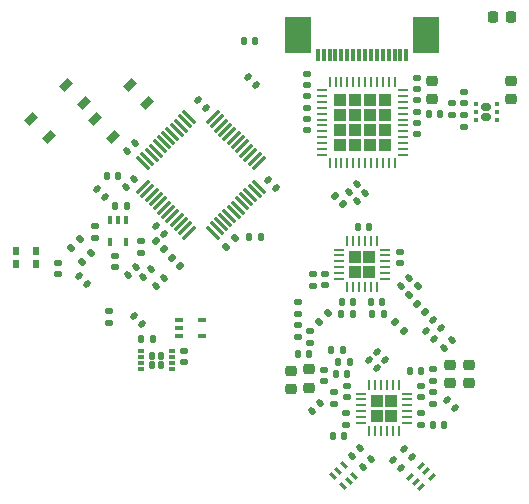
<source format=gbr>
%TF.GenerationSoftware,KiCad,Pcbnew,(6.0.4)*%
%TF.CreationDate,2023-05-30T00:17:29+09:00*%
%TF.ProjectId,RFB,5246422e-6b69-4636-9164-5f7063625858,rev?*%
%TF.SameCoordinates,Original*%
%TF.FileFunction,Paste,Top*%
%TF.FilePolarity,Positive*%
%FSLAX46Y46*%
G04 Gerber Fmt 4.6, Leading zero omitted, Abs format (unit mm)*
G04 Created by KiCad (PCBNEW (6.0.4)) date 2023-05-30 00:17:29*
%MOMM*%
%LPD*%
G01*
G04 APERTURE LIST*
G04 Aperture macros list*
%AMRoundRect*
0 Rectangle with rounded corners*
0 $1 Rounding radius*
0 $2 $3 $4 $5 $6 $7 $8 $9 X,Y pos of 4 corners*
0 Add a 4 corners polygon primitive as box body*
4,1,4,$2,$3,$4,$5,$6,$7,$8,$9,$2,$3,0*
0 Add four circle primitives for the rounded corners*
1,1,$1+$1,$2,$3*
1,1,$1+$1,$4,$5*
1,1,$1+$1,$6,$7*
1,1,$1+$1,$8,$9*
0 Add four rect primitives between the rounded corners*
20,1,$1+$1,$2,$3,$4,$5,0*
20,1,$1+$1,$4,$5,$6,$7,0*
20,1,$1+$1,$6,$7,$8,$9,0*
20,1,$1+$1,$8,$9,$2,$3,0*%
%AMRotRect*
0 Rectangle, with rotation*
0 The origin of the aperture is its center*
0 $1 length*
0 $2 width*
0 $3 Rotation angle, in degrees counterclockwise*
0 Add horizontal line*
21,1,$1,$2,0,0,$3*%
G04 Aperture macros list end*
%ADD10RotRect,1.050000X0.650000X225.000000*%
%ADD11RotRect,1.050000X0.650000X45.000000*%
%ADD12RoundRect,0.140000X-0.170000X0.140000X-0.170000X-0.140000X0.170000X-0.140000X0.170000X0.140000X0*%
%ADD13RoundRect,0.075000X0.415425X-0.521491X0.521491X-0.415425X-0.415425X0.521491X-0.521491X0.415425X0*%
%ADD14RoundRect,0.075000X-0.415425X-0.521491X0.521491X0.415425X0.415425X0.521491X-0.521491X-0.415425X0*%
%ADD15R,0.600000X0.750000*%
%ADD16RoundRect,0.135000X0.135000X0.185000X-0.135000X0.185000X-0.135000X-0.185000X0.135000X-0.185000X0*%
%ADD17RoundRect,0.140000X-0.140000X-0.170000X0.140000X-0.170000X0.140000X0.170000X-0.140000X0.170000X0*%
%ADD18RoundRect,0.140000X-0.021213X0.219203X-0.219203X0.021213X0.021213X-0.219203X0.219203X-0.021213X0*%
%ADD19RoundRect,0.140000X0.140000X0.170000X-0.140000X0.170000X-0.140000X-0.170000X0.140000X-0.170000X0*%
%ADD20RoundRect,0.135000X-0.185000X0.135000X-0.185000X-0.135000X0.185000X-0.135000X0.185000X0.135000X0*%
%ADD21RoundRect,0.135000X-0.226274X-0.035355X-0.035355X-0.226274X0.226274X0.035355X0.035355X0.226274X0*%
%ADD22RoundRect,0.135000X0.185000X-0.135000X0.185000X0.135000X-0.185000X0.135000X-0.185000X-0.135000X0*%
%ADD23RoundRect,0.135000X-0.035355X0.226274X-0.226274X0.035355X0.035355X-0.226274X0.226274X-0.035355X0*%
%ADD24RoundRect,0.135000X0.035355X-0.226274X0.226274X-0.035355X-0.035355X0.226274X-0.226274X0.035355X0*%
%ADD25RoundRect,0.135000X0.226274X0.035355X0.035355X0.226274X-0.226274X-0.035355X-0.035355X-0.226274X0*%
%ADD26RoundRect,0.140000X-0.140000X-0.180000X0.140000X-0.180000X0.140000X0.180000X-0.140000X0.180000X0*%
%ADD27RoundRect,0.087500X-0.175000X-0.087500X0.175000X-0.087500X0.175000X0.087500X-0.175000X0.087500X0*%
%ADD28RoundRect,0.225000X0.225000X0.250000X-0.225000X0.250000X-0.225000X-0.250000X0.225000X-0.250000X0*%
%ADD29RoundRect,0.135000X-0.135000X-0.185000X0.135000X-0.185000X0.135000X0.185000X-0.135000X0.185000X0*%
%ADD30R,0.650000X0.400000*%
%ADD31RoundRect,0.140000X0.170000X-0.140000X0.170000X0.140000X-0.170000X0.140000X-0.170000X-0.140000X0*%
%ADD32RoundRect,0.140000X0.219203X0.021213X0.021213X0.219203X-0.219203X-0.021213X-0.021213X-0.219203X0*%
%ADD33RoundRect,0.140000X-0.219203X-0.021213X-0.021213X-0.219203X0.219203X0.021213X0.021213X0.219203X0*%
%ADD34RoundRect,0.140000X0.021213X-0.219203X0.219203X-0.021213X-0.021213X0.219203X-0.219203X0.021213X0*%
%ADD35RoundRect,0.160000X-0.245000X-0.160000X0.245000X-0.160000X0.245000X0.160000X-0.245000X0.160000X0*%
%ADD36RoundRect,0.093750X-0.093750X-0.106250X0.093750X-0.106250X0.093750X0.106250X-0.093750X0.106250X0*%
%ADD37RoundRect,0.218750X0.256250X-0.218750X0.256250X0.218750X-0.256250X0.218750X-0.256250X-0.218750X0*%
%ADD38RotRect,0.350000X0.700000X135.000000*%
%ADD39RoundRect,0.225000X0.250000X-0.225000X0.250000X0.225000X-0.250000X0.225000X-0.250000X-0.225000X0*%
%ADD40RoundRect,0.249999X0.290001X0.290001X-0.290001X0.290001X-0.290001X-0.290001X0.290001X-0.290001X0*%
%ADD41RoundRect,0.062500X0.375000X0.062500X-0.375000X0.062500X-0.375000X-0.062500X0.375000X-0.062500X0*%
%ADD42RoundRect,0.062500X0.062500X0.375000X-0.062500X0.375000X-0.062500X-0.375000X0.062500X-0.375000X0*%
%ADD43RoundRect,0.249999X0.290001X-0.290001X0.290001X0.290001X-0.290001X0.290001X-0.290001X-0.290001X0*%
%ADD44RoundRect,0.062500X0.062500X-0.375000X0.062500X0.375000X-0.062500X0.375000X-0.062500X-0.375000X0*%
%ADD45RoundRect,0.062500X0.375000X-0.062500X0.375000X0.062500X-0.375000X0.062500X-0.375000X-0.062500X0*%
%ADD46RoundRect,0.147500X0.226274X0.017678X0.017678X0.226274X-0.226274X-0.017678X-0.017678X-0.226274X0*%
%ADD47R,0.400000X0.650000*%
%ADD48RoundRect,0.250000X-0.292217X-0.292217X0.292217X-0.292217X0.292217X0.292217X-0.292217X0.292217X0*%
%ADD49RoundRect,0.062500X-0.375000X-0.062500X0.375000X-0.062500X0.375000X0.062500X-0.375000X0.062500X0*%
%ADD50RoundRect,0.062500X-0.062500X-0.375000X0.062500X-0.375000X0.062500X0.375000X-0.062500X0.375000X0*%
%ADD51RotRect,0.350000X0.700000X45.000000*%
%ADD52R,2.300000X3.100000*%
%ADD53R,0.300000X1.100000*%
G04 APERTURE END LIST*
D10*
%TO.C,SW2*%
X38629307Y-63939614D03*
X35694814Y-66874107D03*
X37215093Y-68394386D03*
X40149586Y-65459893D03*
%TD*%
D11*
%TO.C,SW1*%
X41105014Y-66874107D03*
X44039507Y-63939614D03*
X45559786Y-65459893D03*
X42625293Y-68394386D03*
%TD*%
D12*
%TO.C,C129*%
X48691800Y-87424200D03*
X48691800Y-86464200D03*
%TD*%
D13*
%TO.C,U11*%
X45200924Y-70578412D03*
X45554478Y-70224858D03*
X45908031Y-69871305D03*
X46261585Y-69517751D03*
X46615138Y-69164198D03*
X46968691Y-68810645D03*
X47322245Y-68457091D03*
X47675798Y-68103538D03*
X48029351Y-67749985D03*
X48382905Y-67396431D03*
X48736458Y-67042878D03*
X49090012Y-66689324D03*
D14*
X51087588Y-66689324D03*
X51441142Y-67042878D03*
X51794695Y-67396431D03*
X52148249Y-67749985D03*
X52501802Y-68103538D03*
X52855355Y-68457091D03*
X53208909Y-68810645D03*
X53562462Y-69164198D03*
X53916015Y-69517751D03*
X54269569Y-69871305D03*
X54623122Y-70224858D03*
X54976676Y-70578412D03*
D13*
X54976676Y-72575988D03*
X54623122Y-72929542D03*
X54269569Y-73283095D03*
X53916015Y-73636649D03*
X53562462Y-73990202D03*
X53208909Y-74343755D03*
X52855355Y-74697309D03*
X52501802Y-75050862D03*
X52148249Y-75404415D03*
X51794695Y-75757969D03*
X51441142Y-76111522D03*
X51087588Y-76465076D03*
D14*
X49090012Y-76465076D03*
X48736458Y-76111522D03*
X48382905Y-75757969D03*
X48029351Y-75404415D03*
X47675798Y-75050862D03*
X47322245Y-74697309D03*
X46968691Y-74343755D03*
X46615138Y-73990202D03*
X46261585Y-73636649D03*
X45908031Y-73283095D03*
X45554478Y-72929542D03*
X45200924Y-72575988D03*
%TD*%
D15*
%TO.C,U1*%
X34442400Y-78028800D03*
X36092400Y-78028800D03*
X36092400Y-79158800D03*
X34442400Y-79158800D03*
%TD*%
D16*
%TO.C,R9*%
X42797000Y-74168000D03*
X43817000Y-74168000D03*
%TD*%
D17*
%TO.C,C74*%
X62227400Y-93700600D03*
X61267400Y-93700600D03*
%TD*%
D18*
%TO.C,C31*%
X43898178Y-80019211D03*
X44577000Y-79340389D03*
%TD*%
D19*
%TO.C,C65*%
X67785100Y-88188800D03*
X68745100Y-88188800D03*
%TD*%
D12*
%TO.C,C12*%
X72374700Y-65527400D03*
X72374700Y-64567400D03*
%TD*%
%TO.C,C57*%
X60579000Y-80921800D03*
X60579000Y-79961800D03*
%TD*%
D20*
%TO.C,R6*%
X45034200Y-78183200D03*
X45034200Y-77163200D03*
%TD*%
D12*
%TO.C,C35*%
X59055000Y-63980000D03*
X59055000Y-63020000D03*
%TD*%
%TO.C,C36*%
X59055000Y-65885000D03*
X59055000Y-64925000D03*
%TD*%
D18*
%TO.C,C61*%
X62906589Y-95411611D03*
X63585411Y-94732789D03*
%TD*%
D12*
%TO.C,C72*%
X60528200Y-89024400D03*
X60528200Y-88064400D03*
%TD*%
D21*
%TO.C,R53*%
X48341224Y-79303824D03*
X47619976Y-78582576D03*
%TD*%
D22*
%TO.C,R71*%
X72374700Y-66465800D03*
X72374700Y-67485800D03*
%TD*%
D23*
%TO.C,R62*%
X39085576Y-77754424D03*
X39806824Y-77033176D03*
%TD*%
D24*
%TO.C,R12*%
X60838024Y-83306976D03*
X60116776Y-84028224D03*
%TD*%
D12*
%TO.C,C15*%
X42341800Y-84096800D03*
X42341800Y-83136800D03*
%TD*%
D25*
%TO.C,R11*%
X61424876Y-73350176D03*
X62146124Y-74071424D03*
%TD*%
D26*
%TO.C,U22*%
X46679600Y-87674400D03*
X46679600Y-86874400D03*
X45979600Y-86874400D03*
X45979600Y-87674400D03*
D27*
X45042100Y-86524400D03*
X45042100Y-87024400D03*
X45042100Y-87524400D03*
X45042100Y-88024400D03*
X47617100Y-88024400D03*
X47617100Y-87524400D03*
X47617100Y-87024400D03*
X47617100Y-86524400D03*
%TD*%
D28*
%TO.C,C33*%
X74815400Y-58216800D03*
X76365400Y-58216800D03*
%TD*%
D29*
%TO.C,R39*%
X55196200Y-76809600D03*
X54176200Y-76809600D03*
%TD*%
D16*
%TO.C,R25*%
X61085000Y-86410800D03*
X62105000Y-86410800D03*
%TD*%
D18*
%TO.C,C40*%
X62614489Y-73059611D03*
X63293311Y-72380789D03*
%TD*%
D30*
%TO.C,U12*%
X50149800Y-83881200D03*
X50149800Y-85181200D03*
X48249800Y-85181200D03*
X48249800Y-84531200D03*
X48249800Y-83881200D03*
%TD*%
D31*
%TO.C,C44*%
X68409800Y-67170900D03*
X68409800Y-68130900D03*
%TD*%
D17*
%TO.C,C56*%
X62964000Y-82296000D03*
X62004000Y-82296000D03*
%TD*%
%TO.C,C143*%
X45996800Y-85471000D03*
X45036800Y-85471000D03*
%TD*%
D32*
%TO.C,C54*%
X69739189Y-83886989D03*
X70418011Y-84565811D03*
%TD*%
D33*
%TO.C,C6*%
X41265789Y-72736389D03*
X41944611Y-73415211D03*
%TD*%
D12*
%TO.C,C45*%
X68409800Y-64320900D03*
X68409800Y-63360900D03*
%TD*%
D25*
%TO.C,R14*%
X68346376Y-82494176D03*
X69067624Y-83215424D03*
%TD*%
D33*
%TO.C,C101*%
X46999211Y-76539411D03*
X46320389Y-75860589D03*
%TD*%
D24*
%TO.C,R40*%
X52964024Y-76931576D03*
X52242776Y-77652824D03*
%TD*%
D18*
%TO.C,C41*%
X63274889Y-73821611D03*
X63953711Y-73142789D03*
%TD*%
D22*
%TO.C,R70*%
X71358700Y-65504600D03*
X71358700Y-66524600D03*
%TD*%
D17*
%TO.C,C2*%
X42141200Y-71653400D03*
X43101200Y-71653400D03*
%TD*%
D34*
%TO.C,C58*%
X67725611Y-80305589D03*
X67046789Y-80984411D03*
%TD*%
D19*
%TO.C,C50*%
X58270200Y-86741000D03*
X59230200Y-86741000D03*
%TD*%
D17*
%TO.C,C47*%
X64310200Y-75971400D03*
X63350200Y-75971400D03*
%TD*%
D31*
%TO.C,C16*%
X42849800Y-79397800D03*
X42849800Y-78437800D03*
%TD*%
D17*
%TO.C,C75*%
X65453200Y-82296000D03*
X64493200Y-82296000D03*
%TD*%
D35*
%TO.C,IC9*%
X74255800Y-66656200D03*
X74255800Y-65856200D03*
D36*
X73368300Y-65606200D03*
X73368300Y-66256200D03*
X73368300Y-66906200D03*
X75143300Y-66906200D03*
X75143300Y-66256200D03*
X75143300Y-65606200D03*
%TD*%
D18*
%TO.C,C10*%
X59477589Y-91550811D03*
X60156411Y-90871989D03*
%TD*%
D12*
%TO.C,C66*%
X62433200Y-90377200D03*
X62433200Y-89417200D03*
%TD*%
D19*
%TO.C,C71*%
X69725600Y-92735400D03*
X70685600Y-92735400D03*
%TD*%
D37*
%TO.C,L3*%
X72745600Y-87655300D03*
X72745600Y-89230300D03*
%TD*%
%TO.C,L2*%
X57708800Y-88163300D03*
X57708800Y-89738300D03*
%TD*%
D32*
%TO.C,C55*%
X69104189Y-84750589D03*
X69783011Y-85429411D03*
%TD*%
D38*
%TO.C,FL2*%
X68724678Y-98031161D03*
X68265058Y-97571542D03*
X67805439Y-97111922D03*
X68689322Y-96228039D03*
X69148942Y-96687658D03*
X69608561Y-97147278D03*
%TD*%
D33*
%TO.C,C64*%
X64978679Y-87967421D03*
X64299857Y-87288599D03*
%TD*%
D20*
%TO.C,R28*%
X69773800Y-90959400D03*
X69773800Y-89939400D03*
%TD*%
D32*
%TO.C,C63*%
X65018278Y-86570178D03*
X65697100Y-87249000D03*
%TD*%
D37*
%TO.C,L1*%
X59258200Y-88036300D03*
X59258200Y-89611300D03*
%TD*%
D39*
%TO.C,C120*%
X76377800Y-63614000D03*
X76377800Y-65164000D03*
%TD*%
D33*
%TO.C,C95*%
X56406422Y-72662422D03*
X55727600Y-71983600D03*
%TD*%
D29*
%TO.C,R19*%
X65559400Y-83312000D03*
X64539400Y-83312000D03*
%TD*%
D32*
%TO.C,C60*%
X67275389Y-94783589D03*
X67954211Y-95462411D03*
%TD*%
D34*
%TO.C,C62*%
X64474411Y-95621789D03*
X63795589Y-96300611D03*
%TD*%
D40*
%TO.C,U8*%
X66219100Y-91967400D03*
X64969100Y-91967400D03*
X64969100Y-90717400D03*
X66219100Y-90717400D03*
D41*
X67531600Y-92592400D03*
X67531600Y-92092400D03*
X67531600Y-91592400D03*
X67531600Y-91092400D03*
X67531600Y-90592400D03*
X67531600Y-90092400D03*
D42*
X66844100Y-89404900D03*
X66344100Y-89404900D03*
X65844100Y-89404900D03*
X65344100Y-89404900D03*
X64844100Y-89404900D03*
X64344100Y-89404900D03*
D41*
X63656600Y-90092400D03*
X63656600Y-90592400D03*
X63656600Y-91092400D03*
X63656600Y-91592400D03*
X63656600Y-92092400D03*
X63656600Y-92592400D03*
D42*
X64344100Y-93279900D03*
X64844100Y-93279900D03*
X65344100Y-93279900D03*
X65844100Y-93279900D03*
X66344100Y-93279900D03*
X66844100Y-93279900D03*
%TD*%
D23*
%TO.C,R8*%
X40050776Y-78922824D03*
X40772024Y-78201576D03*
%TD*%
D29*
%TO.C,R24*%
X62689200Y-87426800D03*
X61669200Y-87426800D03*
%TD*%
D43*
%TO.C,U3*%
X64353600Y-78521400D03*
X64353600Y-79771400D03*
X63103600Y-78521400D03*
X63103600Y-79771400D03*
D44*
X62478600Y-81083900D03*
X62978600Y-81083900D03*
X63478600Y-81083900D03*
X63978600Y-81083900D03*
X64478600Y-81083900D03*
X64978600Y-81083900D03*
D45*
X65666100Y-80396400D03*
X65666100Y-79896400D03*
X65666100Y-79396400D03*
X65666100Y-78896400D03*
X65666100Y-78396400D03*
X65666100Y-77896400D03*
D44*
X64978600Y-77208900D03*
X64478600Y-77208900D03*
X63978600Y-77208900D03*
X63478600Y-77208900D03*
X62978600Y-77208900D03*
X62478600Y-77208900D03*
D45*
X61791100Y-77896400D03*
X61791100Y-78396400D03*
X61791100Y-78896400D03*
X61791100Y-79396400D03*
X61791100Y-79896400D03*
X61791100Y-80396400D03*
%TD*%
D34*
%TO.C,C14*%
X45847000Y-79527400D03*
X45168178Y-80206222D03*
%TD*%
D46*
%TO.C,D1*%
X46240653Y-77203253D03*
X46926547Y-77889147D03*
%TD*%
D34*
%TO.C,C94*%
X44500800Y-68884800D03*
X43821978Y-69563622D03*
%TD*%
D22*
%TO.C,R13*%
X58293000Y-82344800D03*
X58293000Y-83364800D03*
%TD*%
D32*
%TO.C,C18*%
X39783378Y-80143978D03*
X40462200Y-80822800D03*
%TD*%
D18*
%TO.C,C51*%
X70704389Y-86242211D03*
X71383211Y-85563389D03*
%TD*%
D37*
%TO.C,L4*%
X71196200Y-87655300D03*
X71196200Y-89230300D03*
%TD*%
D17*
%TO.C,C130*%
X70368100Y-66446400D03*
X69408100Y-66446400D03*
%TD*%
D20*
%TO.C,R17*%
X59563000Y-80951800D03*
X59563000Y-79931800D03*
%TD*%
D32*
%TO.C,C100*%
X49850989Y-65268789D03*
X50529811Y-65947611D03*
%TD*%
D31*
%TO.C,C53*%
X58293000Y-84305200D03*
X58293000Y-85265200D03*
%TD*%
D47*
%TO.C,U5*%
X43728400Y-77277000D03*
X42428400Y-77277000D03*
X42428400Y-75377000D03*
X43078400Y-75377000D03*
X43728400Y-75377000D03*
%TD*%
D12*
%TO.C,C37*%
X59055000Y-67790000D03*
X59055000Y-66830000D03*
%TD*%
D31*
%TO.C,C80*%
X37947600Y-78996600D03*
X37947600Y-79956600D03*
%TD*%
D19*
%TO.C,C67*%
X61496000Y-88442800D03*
X62456000Y-88442800D03*
%TD*%
D39*
%TO.C,C139*%
X69684900Y-63614000D03*
X69684900Y-65164000D03*
%TD*%
D48*
%TO.C,IC3*%
X65648700Y-65230400D03*
X63098700Y-69055400D03*
X61823700Y-67780400D03*
X61823700Y-65230400D03*
X63098700Y-65230400D03*
X64373700Y-69055400D03*
X64373700Y-66505400D03*
X63098700Y-66505400D03*
X65648700Y-69055400D03*
X64373700Y-65230400D03*
X65648700Y-66505400D03*
X65648700Y-67780400D03*
X61823700Y-69055400D03*
X64373700Y-67780400D03*
X63098700Y-67780400D03*
X61823700Y-66505400D03*
D49*
X60298700Y-64392900D03*
X60298700Y-64892900D03*
X60298700Y-65392900D03*
X60298700Y-65892900D03*
X60298700Y-66392900D03*
X60298700Y-66892900D03*
X60298700Y-67392900D03*
X60298700Y-67892900D03*
X60298700Y-68392900D03*
X60298700Y-68892900D03*
X60298700Y-69392900D03*
X60298700Y-69892900D03*
D50*
X60986200Y-70580400D03*
X61486200Y-70580400D03*
X61986200Y-70580400D03*
X62486200Y-70580400D03*
X62986200Y-70580400D03*
X63486200Y-70580400D03*
X63986200Y-70580400D03*
X64486200Y-70580400D03*
X64986200Y-70580400D03*
X65486200Y-70580400D03*
X65986200Y-70580400D03*
X66486200Y-70580400D03*
D49*
X67173700Y-69892900D03*
X67173700Y-69392900D03*
X67173700Y-68892900D03*
X67173700Y-68392900D03*
X67173700Y-67892900D03*
X67173700Y-67392900D03*
X67173700Y-66892900D03*
X67173700Y-66392900D03*
X67173700Y-65892900D03*
X67173700Y-65392900D03*
X67173700Y-64892900D03*
X67173700Y-64392900D03*
D50*
X66486200Y-63705400D03*
X65986200Y-63705400D03*
X65486200Y-63705400D03*
X64986200Y-63705400D03*
X64486200Y-63705400D03*
X63986200Y-63705400D03*
X63486200Y-63705400D03*
X62986200Y-63705400D03*
X62486200Y-63705400D03*
X61986200Y-63705400D03*
X61486200Y-63705400D03*
X60986200Y-63705400D03*
%TD*%
D33*
%TO.C,C91*%
X54771611Y-63941011D03*
X54092789Y-63262189D03*
%TD*%
D19*
%TO.C,C92*%
X53698200Y-60274200D03*
X54658200Y-60274200D03*
%TD*%
D20*
%TO.C,R27*%
X62407800Y-92737400D03*
X62407800Y-91717400D03*
%TD*%
D12*
%TO.C,C46*%
X68409800Y-66223300D03*
X68409800Y-65263300D03*
%TD*%
D20*
%TO.C,R29*%
X61391800Y-90959400D03*
X61391800Y-89939400D03*
%TD*%
D31*
%TO.C,C52*%
X59309000Y-84813200D03*
X59309000Y-85773200D03*
%TD*%
D33*
%TO.C,C59*%
X67065211Y-96351411D03*
X66386389Y-95672589D03*
%TD*%
D12*
%TO.C,C73*%
X69748400Y-88999000D03*
X69748400Y-88039000D03*
%TD*%
D20*
%TO.C,R10*%
X41097200Y-76936600D03*
X41097200Y-75916600D03*
%TD*%
D29*
%TO.C,R16*%
X62968600Y-83312000D03*
X61948600Y-83312000D03*
%TD*%
D18*
%TO.C,C93*%
X43771178Y-72637022D03*
X44450000Y-71958200D03*
%TD*%
D51*
%TO.C,FL3*%
X61252239Y-97071078D03*
X61711858Y-96611458D03*
X62171478Y-96151839D03*
X63055361Y-97035722D03*
X62595742Y-97495342D03*
X62136122Y-97954961D03*
%TD*%
D12*
%TO.C,C68*%
X68743700Y-90377200D03*
X68743700Y-89417200D03*
%TD*%
D32*
%TO.C,C48*%
X70932989Y-90617989D03*
X71611811Y-91296811D03*
%TD*%
D24*
%TO.C,R18*%
X68458024Y-80995576D03*
X67736776Y-81716824D03*
%TD*%
D20*
%TO.C,R26*%
X68757800Y-92737400D03*
X68757800Y-91717400D03*
%TD*%
D52*
%TO.C,J4*%
X69148600Y-59695600D03*
X58308600Y-59695600D03*
D53*
X59978600Y-61395600D03*
X60478600Y-61395600D03*
X60978600Y-61395600D03*
X61478600Y-61395600D03*
X61978600Y-61395600D03*
X62478600Y-61395600D03*
X62978600Y-61395600D03*
X63478600Y-61395600D03*
X63978600Y-61395600D03*
X64478600Y-61395600D03*
X64978600Y-61395600D03*
X65478600Y-61395600D03*
X65978600Y-61395600D03*
X66478600Y-61395600D03*
X66978600Y-61395600D03*
X67478600Y-61395600D03*
%TD*%
D25*
%TO.C,R15*%
X66542976Y-84043576D03*
X67264224Y-84764824D03*
%TD*%
D33*
%TO.C,C13*%
X44456978Y-83522178D03*
X45135800Y-84201000D03*
%TD*%
D18*
%TO.C,C17*%
X46269589Y-80959011D03*
X46948411Y-80280189D03*
%TD*%
D31*
%TO.C,C76*%
X66903600Y-78110200D03*
X66903600Y-79070200D03*
%TD*%
M02*

</source>
